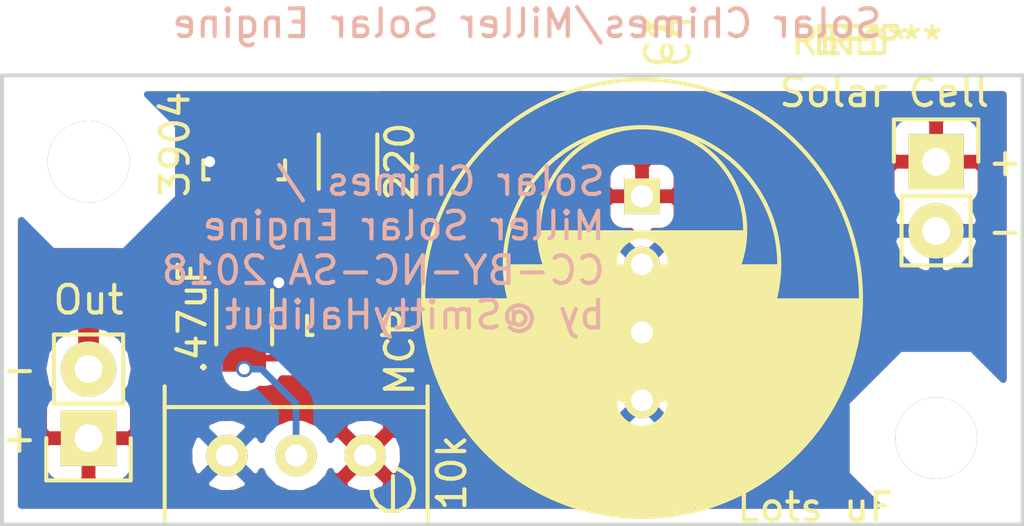
<source format=kicad_pcb>
(kicad_pcb (version 4) (host pcbnew 4.0.2+dfsg1-stable)

  (general
    (links 17)
    (no_connects 0)
    (area 135.4 93.998809 176.745501 113.305001)
    (thickness 1.6)
    (drawings 20)
    (tracks 27)
    (zones 0)
    (modules 12)
    (nets 7)
  )

  (page A4)
  (layers
    (0 F.Cu signal hide)
    (31 B.Cu signal hide)
    (32 B.Adhes user)
    (33 F.Adhes user)
    (34 B.Paste user)
    (35 F.Paste user)
    (36 B.SilkS user)
    (37 F.SilkS user hide)
    (38 B.Mask user)
    (39 F.Mask user)
    (40 Dwgs.User user)
    (41 Cmts.User user)
    (42 Eco1.User user)
    (43 Eco2.User user)
    (44 Edge.Cuts user)
    (45 Margin user)
    (46 B.CrtYd user)
    (47 F.CrtYd user)
    (48 B.Fab user)
    (49 F.Fab user)
  )

  (setup
    (last_trace_width 0.25)
    (trace_clearance 0.2)
    (zone_clearance 0.508)
    (zone_45_only yes)
    (trace_min 0.2)
    (segment_width 0.2)
    (edge_width 0.15)
    (via_size 0.6)
    (via_drill 0.4)
    (via_min_size 0.4)
    (via_min_drill 0.3)
    (uvia_size 0.3)
    (uvia_drill 0.1)
    (uvias_allowed no)
    (uvia_min_size 0)
    (uvia_min_drill 0)
    (pcb_text_width 0.3)
    (pcb_text_size 1.5 1.5)
    (mod_edge_width 0.15)
    (mod_text_size 1 1)
    (mod_text_width 0.15)
    (pad_size 1.524 1.524)
    (pad_drill 0.762)
    (pad_to_mask_clearance 0.2)
    (aux_axis_origin 0 0)
    (visible_elements FFFFFF7F)
    (pcbplotparams
      (layerselection 0x00030_80000001)
      (usegerberextensions false)
      (excludeedgelayer true)
      (linewidth 0.100000)
      (plotframeref false)
      (viasonmask false)
      (mode 1)
      (useauxorigin false)
      (hpglpennumber 1)
      (hpglpenspeed 20)
      (hpglpendiameter 15)
      (hpglpenoverlay 2)
      (psnegative false)
      (psa4output false)
      (plotreference true)
      (plotvalue true)
      (plotinvisibletext false)
      (padsonsilk false)
      (subtractmaskfromsilk false)
      (outputformat 1)
      (mirror false)
      (drillshape 1)
      (scaleselection 1)
      (outputdirectory ""))
  )

  (net 0 "")
  (net 1 "Net-(C2-Pad1)")
  (net 2 "Net-(P1-Pad2)")
  (net 3 "Net-(Q1-Pad1)")
  (net 4 "Net-(R1-Pad2)")
  (net 5 +5V)
  (net 6 GND)

  (net_class Default "This is the default net class."
    (clearance 0.2)
    (trace_width 0.25)
    (via_dia 0.6)
    (via_drill 0.4)
    (uvia_dia 0.3)
    (uvia_drill 0.1)
    (add_net "Net-(C2-Pad1)")
    (add_net "Net-(Q1-Pad1)")
    (add_net "Net-(R1-Pad2)")
  )

  (net_class Power ""
    (clearance 0.2)
    (trace_width 0.762)
    (via_dia 0.6)
    (via_drill 0.4)
    (uvia_dia 0.3)
    (uvia_drill 0.1)
    (add_net +5V)
    (add_net GND)
    (add_net "Net-(P1-Pad2)")
  )

  (module Pin_Headers:Pin_Header_Straight_1x02 (layer F.Cu) (tedit 5BA70292) (tstamp 5BA6F815)
    (at 173.355 99.695)
    (descr "Through hole pin header")
    (tags "pin header")
    (path /5BA6F25E)
    (fp_text reference BT1 (at -3.175 -4.445) (layer F.SilkS)
      (effects (font (size 1 1) (thickness 0.15)))
    )
    (fp_text value "Solar Cell" (at -4.445 -4.445) (layer F.Fab)
      (effects (font (size 1 1) (thickness 0.15)))
    )
    (fp_line (start 1.27 1.27) (end 1.27 3.81) (layer F.SilkS) (width 0.15))
    (fp_line (start 1.55 -1.55) (end 1.55 0) (layer F.SilkS) (width 0.15))
    (fp_line (start -1.75 -1.75) (end -1.75 4.3) (layer F.CrtYd) (width 0.05))
    (fp_line (start 1.75 -1.75) (end 1.75 4.3) (layer F.CrtYd) (width 0.05))
    (fp_line (start -1.75 -1.75) (end 1.75 -1.75) (layer F.CrtYd) (width 0.05))
    (fp_line (start -1.75 4.3) (end 1.75 4.3) (layer F.CrtYd) (width 0.05))
    (fp_line (start 1.27 1.27) (end -1.27 1.27) (layer F.SilkS) (width 0.15))
    (fp_line (start -1.55 0) (end -1.55 -1.55) (layer F.SilkS) (width 0.15))
    (fp_line (start -1.55 -1.55) (end 1.55 -1.55) (layer F.SilkS) (width 0.15))
    (fp_line (start -1.27 1.27) (end -1.27 3.81) (layer F.SilkS) (width 0.15))
    (fp_line (start -1.27 3.81) (end 1.27 3.81) (layer F.SilkS) (width 0.15))
    (pad 1 thru_hole rect (at 0 0) (size 2.032 2.032) (drill 1.016) (layers *.Cu *.Mask F.SilkS)
      (net 5 +5V))
    (pad 2 thru_hole oval (at 0 2.54) (size 2.032 2.032) (drill 1.016) (layers *.Cu *.Mask F.SilkS)
      (net 6 GND))
    (model Pin_Headers.3dshapes/Pin_Header_Straight_1x02.wrl
      (at (xyz 0 -0.05 0))
      (scale (xyz 1 1 1))
      (rotate (xyz 0 0 90))
    )
  )

  (module Capacitors_ThroughHole:C_Radial_D16_L25_P7.5 (layer F.Cu) (tedit 5BA7028C) (tstamp 5BA6F81B)
    (at 162.56 100.965 270)
    (descr "Radial Electrolytic Capacitor Diameter 16mm x Length 25mm, Pitch 7.5mm")
    (tags "Electrolytic Capacitor")
    (path /5BA6F363)
    (fp_text reference C1 (at -5.715 -0.635 270) (layer F.SilkS)
      (effects (font (size 1 1) (thickness 0.15)))
    )
    (fp_text value 4700uF (at 0 25.4 270) (layer F.Fab)
      (effects (font (size 1 1) (thickness 0.15)))
    )
    (fp_line (start 3.825 -8) (end 3.825 8) (layer F.SilkS) (width 0.15))
    (fp_line (start 3.965 -7.997) (end 3.965 7.997) (layer F.SilkS) (width 0.15))
    (fp_line (start 4.105 -7.992) (end 4.105 7.992) (layer F.SilkS) (width 0.15))
    (fp_line (start 4.245 -7.985) (end 4.245 7.985) (layer F.SilkS) (width 0.15))
    (fp_line (start 4.385 -7.975) (end 4.385 7.975) (layer F.SilkS) (width 0.15))
    (fp_line (start 4.525 -7.962) (end 4.525 7.962) (layer F.SilkS) (width 0.15))
    (fp_line (start 4.665 -7.948) (end 4.665 7.948) (layer F.SilkS) (width 0.15))
    (fp_line (start 4.805 -7.93) (end 4.805 7.93) (layer F.SilkS) (width 0.15))
    (fp_line (start 4.945 -7.91) (end 4.945 7.91) (layer F.SilkS) (width 0.15))
    (fp_line (start 5.085 -7.888) (end 5.085 7.888) (layer F.SilkS) (width 0.15))
    (fp_line (start 5.225 -7.863) (end 5.225 7.863) (layer F.SilkS) (width 0.15))
    (fp_line (start 5.365 -7.835) (end 5.365 7.835) (layer F.SilkS) (width 0.15))
    (fp_line (start 5.505 -7.805) (end 5.505 7.805) (layer F.SilkS) (width 0.15))
    (fp_line (start 5.645 -7.772) (end 5.645 7.772) (layer F.SilkS) (width 0.15))
    (fp_line (start 5.785 -7.737) (end 5.785 7.737) (layer F.SilkS) (width 0.15))
    (fp_line (start 5.925 -7.699) (end 5.925 7.699) (layer F.SilkS) (width 0.15))
    (fp_line (start 6.065 -7.658) (end 6.065 7.658) (layer F.SilkS) (width 0.15))
    (fp_line (start 6.205 -7.614) (end 6.205 7.614) (layer F.SilkS) (width 0.15))
    (fp_line (start 6.345 -7.567) (end 6.345 7.567) (layer F.SilkS) (width 0.15))
    (fp_line (start 6.485 -7.518) (end 6.485 7.518) (layer F.SilkS) (width 0.15))
    (fp_line (start 6.625 -7.466) (end 6.625 -0.484) (layer F.SilkS) (width 0.15))
    (fp_line (start 6.625 0.484) (end 6.625 7.466) (layer F.SilkS) (width 0.15))
    (fp_line (start 6.765 -7.41) (end 6.765 -0.678) (layer F.SilkS) (width 0.15))
    (fp_line (start 6.765 0.678) (end 6.765 7.41) (layer F.SilkS) (width 0.15))
    (fp_line (start 6.905 -7.352) (end 6.905 -0.804) (layer F.SilkS) (width 0.15))
    (fp_line (start 6.905 0.804) (end 6.905 7.352) (layer F.SilkS) (width 0.15))
    (fp_line (start 7.045 -7.29) (end 7.045 -0.89) (layer F.SilkS) (width 0.15))
    (fp_line (start 7.045 0.89) (end 7.045 7.29) (layer F.SilkS) (width 0.15))
    (fp_line (start 7.185 -7.225) (end 7.185 -0.949) (layer F.SilkS) (width 0.15))
    (fp_line (start 7.185 0.949) (end 7.185 7.225) (layer F.SilkS) (width 0.15))
    (fp_line (start 7.325 -7.157) (end 7.325 -0.985) (layer F.SilkS) (width 0.15))
    (fp_line (start 7.325 0.985) (end 7.325 7.157) (layer F.SilkS) (width 0.15))
    (fp_line (start 7.465 -7.085) (end 7.465 -0.999) (layer F.SilkS) (width 0.15))
    (fp_line (start 7.465 0.999) (end 7.465 7.085) (layer F.SilkS) (width 0.15))
    (fp_line (start 7.605 -7.01) (end 7.605 -0.994) (layer F.SilkS) (width 0.15))
    (fp_line (start 7.605 0.994) (end 7.605 7.01) (layer F.SilkS) (width 0.15))
    (fp_line (start 7.745 -6.931) (end 7.745 -0.97) (layer F.SilkS) (width 0.15))
    (fp_line (start 7.745 0.97) (end 7.745 6.931) (layer F.SilkS) (width 0.15))
    (fp_line (start 7.885 -6.848) (end 7.885 -0.923) (layer F.SilkS) (width 0.15))
    (fp_line (start 7.885 0.923) (end 7.885 6.848) (layer F.SilkS) (width 0.15))
    (fp_line (start 8.025 -6.762) (end 8.025 -0.851) (layer F.SilkS) (width 0.15))
    (fp_line (start 8.025 0.851) (end 8.025 6.762) (layer F.SilkS) (width 0.15))
    (fp_line (start 8.165 -6.671) (end 8.165 -0.747) (layer F.SilkS) (width 0.15))
    (fp_line (start 8.165 0.747) (end 8.165 6.671) (layer F.SilkS) (width 0.15))
    (fp_line (start 8.305 -6.577) (end 8.305 -0.593) (layer F.SilkS) (width 0.15))
    (fp_line (start 8.305 0.593) (end 8.305 6.577) (layer F.SilkS) (width 0.15))
    (fp_line (start 8.445 -6.477) (end 8.445 -0.327) (layer F.SilkS) (width 0.15))
    (fp_line (start 8.445 0.327) (end 8.445 6.477) (layer F.SilkS) (width 0.15))
    (fp_line (start 8.585 -6.374) (end 8.585 6.374) (layer F.SilkS) (width 0.15))
    (fp_line (start 8.725 -6.265) (end 8.725 6.265) (layer F.SilkS) (width 0.15))
    (fp_line (start 8.865 -6.151) (end 8.865 6.151) (layer F.SilkS) (width 0.15))
    (fp_line (start 9.005 -6.032) (end 9.005 6.032) (layer F.SilkS) (width 0.15))
    (fp_line (start 9.145 -5.907) (end 9.145 5.907) (layer F.SilkS) (width 0.15))
    (fp_line (start 9.285 -5.776) (end 9.285 5.776) (layer F.SilkS) (width 0.15))
    (fp_line (start 9.425 -5.639) (end 9.425 5.639) (layer F.SilkS) (width 0.15))
    (fp_line (start 9.565 -5.494) (end 9.565 5.494) (layer F.SilkS) (width 0.15))
    (fp_line (start 9.705 -5.342) (end 9.705 5.342) (layer F.SilkS) (width 0.15))
    (fp_line (start 9.845 -5.182) (end 9.845 5.182) (layer F.SilkS) (width 0.15))
    (fp_line (start 9.985 -5.012) (end 9.985 5.012) (layer F.SilkS) (width 0.15))
    (fp_line (start 10.125 -4.833) (end 10.125 4.833) (layer F.SilkS) (width 0.15))
    (fp_line (start 10.265 -4.643) (end 10.265 4.643) (layer F.SilkS) (width 0.15))
    (fp_line (start 10.405 -4.44) (end 10.405 4.44) (layer F.SilkS) (width 0.15))
    (fp_line (start 10.545 -4.222) (end 10.545 4.222) (layer F.SilkS) (width 0.15))
    (fp_line (start 10.685 -3.988) (end 10.685 3.988) (layer F.SilkS) (width 0.15))
    (fp_line (start 10.825 -3.734) (end 10.825 3.734) (layer F.SilkS) (width 0.15))
    (fp_line (start 10.965 -3.456) (end 10.965 3.456) (layer F.SilkS) (width 0.15))
    (fp_line (start 11.105 -3.147) (end 11.105 3.147) (layer F.SilkS) (width 0.15))
    (fp_line (start 11.245 -2.797) (end 11.245 2.797) (layer F.SilkS) (width 0.15))
    (fp_line (start 11.385 -2.389) (end 11.385 2.389) (layer F.SilkS) (width 0.15))
    (fp_line (start 11.525 -1.884) (end 11.525 1.884) (layer F.SilkS) (width 0.15))
    (fp_line (start 11.665 -1.163) (end 11.665 1.163) (layer F.SilkS) (width 0.15))
    (fp_circle (center 7.5 0) (end 7.5 -1) (layer F.SilkS) (width 0.15))
    (fp_circle (center 3.75 0) (end 3.75 -8.0375) (layer F.SilkS) (width 0.15))
    (fp_circle (center 3.75 0) (end 3.75 -8.3) (layer F.CrtYd) (width 0.05))
    (pad 1 thru_hole rect (at 0 0 270) (size 1.3 1.3) (drill 0.8) (layers *.Cu *.Mask F.SilkS)
      (net 5 +5V))
    (pad 2 thru_hole circle (at 7.5 0 270) (size 1.3 1.3) (drill 0.8) (layers *.Cu *.Mask F.SilkS)
      (net 6 GND))
    (model Capacitors_ThroughHole.3dshapes/C_Radial_D16_L25_P7.5.wrl
      (at (xyz 0.1476378 0 0))
      (scale (xyz 1 1 1))
      (rotate (xyz 0 0 90))
    )
  )

  (module Libraries:C_1206_MTS (layer F.Cu) (tedit 5BA6FFED) (tstamp 5BA6F821)
    (at 147.955 105.41 90)
    (descr "Capacitor SMD 1206, reflow soldering, AVX (see smccp.pdf)")
    (tags "capacitor 1206")
    (path /5BA6F595)
    (attr smd)
    (fp_text reference C2 (at -2.54 -10.795 90) (layer F.Fab)
      (effects (font (size 1 1) (thickness 0.15)))
    )
    (fp_text value .47uF (at 0 -1.905 90) (layer F.SilkS)
      (effects (font (size 1 1) (thickness 0.15)))
    )
    (fp_line (start -2.3 -1.15) (end 2.3 -1.15) (layer F.CrtYd) (width 0.05))
    (fp_line (start -2.3 1.15) (end 2.3 1.15) (layer F.CrtYd) (width 0.05))
    (fp_line (start -2.3 -1.15) (end -2.3 1.15) (layer F.CrtYd) (width 0.05))
    (fp_line (start 2.3 -1.15) (end 2.3 1.15) (layer F.CrtYd) (width 0.05))
    (fp_line (start 1 -1.025) (end -1 -1.025) (layer F.SilkS) (width 0.15))
    (fp_line (start -1 1.025) (end 1 1.025) (layer F.SilkS) (width 0.15))
    (pad 1 smd rect (at -1.5 0 90) (size 1 1.6) (layers F.Cu F.Paste F.Mask)
      (net 1 "Net-(C2-Pad1)"))
    (pad 2 smd rect (at 1.5 0 90) (size 1 1.6) (layers F.Cu F.Paste F.Mask)
      (net 6 GND))
    (model Capacitors_SMD.3dshapes/C_1206.wrl
      (at (xyz 0 0 0))
      (scale (xyz 1 1 1))
      (rotate (xyz 0 0 0))
    )
  )

  (module Capacitors_ThroughHole:C_Radial_D10_L20_P5 (layer F.Cu) (tedit 5BA6FFDD) (tstamp 5BA6F827)
    (at 162.56 100.965 270)
    (descr "Radial Electrolytic Capacitor Diameter 10mm x Length 20mm, Pitch 5mm")
    (tags "Electrolytic Capacitor")
    (path /5BA6FAEF)
    (fp_text reference C3 (at -5.715 -0.635 270) (layer F.SilkS)
      (effects (font (size 1 1) (thickness 0.15)))
    )
    (fp_text value . (at 2.54 26.035 270) (layer F.Fab)
      (effects (font (size 1 1) (thickness 0.15)))
    )
    (fp_line (start 2.575 -4.999) (end 2.575 4.999) (layer F.SilkS) (width 0.15))
    (fp_line (start 2.715 -4.995) (end 2.715 4.995) (layer F.SilkS) (width 0.15))
    (fp_line (start 2.855 -4.987) (end 2.855 4.987) (layer F.SilkS) (width 0.15))
    (fp_line (start 2.995 -4.975) (end 2.995 4.975) (layer F.SilkS) (width 0.15))
    (fp_line (start 3.135 -4.96) (end 3.135 4.96) (layer F.SilkS) (width 0.15))
    (fp_line (start 3.275 -4.94) (end 3.275 4.94) (layer F.SilkS) (width 0.15))
    (fp_line (start 3.415 -4.916) (end 3.415 4.916) (layer F.SilkS) (width 0.15))
    (fp_line (start 3.555 -4.887) (end 3.555 4.887) (layer F.SilkS) (width 0.15))
    (fp_line (start 3.695 -4.855) (end 3.695 4.855) (layer F.SilkS) (width 0.15))
    (fp_line (start 3.835 -4.818) (end 3.835 4.818) (layer F.SilkS) (width 0.15))
    (fp_line (start 3.975 -4.777) (end 3.975 4.777) (layer F.SilkS) (width 0.15))
    (fp_line (start 4.115 -4.732) (end 4.115 -0.466) (layer F.SilkS) (width 0.15))
    (fp_line (start 4.115 0.466) (end 4.115 4.732) (layer F.SilkS) (width 0.15))
    (fp_line (start 4.255 -4.682) (end 4.255 -0.667) (layer F.SilkS) (width 0.15))
    (fp_line (start 4.255 0.667) (end 4.255 4.682) (layer F.SilkS) (width 0.15))
    (fp_line (start 4.395 -4.627) (end 4.395 -0.796) (layer F.SilkS) (width 0.15))
    (fp_line (start 4.395 0.796) (end 4.395 4.627) (layer F.SilkS) (width 0.15))
    (fp_line (start 4.535 -4.567) (end 4.535 -0.885) (layer F.SilkS) (width 0.15))
    (fp_line (start 4.535 0.885) (end 4.535 4.567) (layer F.SilkS) (width 0.15))
    (fp_line (start 4.675 -4.502) (end 4.675 -0.946) (layer F.SilkS) (width 0.15))
    (fp_line (start 4.675 0.946) (end 4.675 4.502) (layer F.SilkS) (width 0.15))
    (fp_line (start 4.815 -4.432) (end 4.815 -0.983) (layer F.SilkS) (width 0.15))
    (fp_line (start 4.815 0.983) (end 4.815 4.432) (layer F.SilkS) (width 0.15))
    (fp_line (start 4.955 -4.356) (end 4.955 -0.999) (layer F.SilkS) (width 0.15))
    (fp_line (start 4.955 0.999) (end 4.955 4.356) (layer F.SilkS) (width 0.15))
    (fp_line (start 5.095 -4.274) (end 5.095 -0.995) (layer F.SilkS) (width 0.15))
    (fp_line (start 5.095 0.995) (end 5.095 4.274) (layer F.SilkS) (width 0.15))
    (fp_line (start 5.235 -4.186) (end 5.235 -0.972) (layer F.SilkS) (width 0.15))
    (fp_line (start 5.235 0.972) (end 5.235 4.186) (layer F.SilkS) (width 0.15))
    (fp_line (start 5.375 -4.091) (end 5.375 -0.927) (layer F.SilkS) (width 0.15))
    (fp_line (start 5.375 0.927) (end 5.375 4.091) (layer F.SilkS) (width 0.15))
    (fp_line (start 5.515 -3.989) (end 5.515 -0.857) (layer F.SilkS) (width 0.15))
    (fp_line (start 5.515 0.857) (end 5.515 3.989) (layer F.SilkS) (width 0.15))
    (fp_line (start 5.655 -3.879) (end 5.655 -0.756) (layer F.SilkS) (width 0.15))
    (fp_line (start 5.655 0.756) (end 5.655 3.879) (layer F.SilkS) (width 0.15))
    (fp_line (start 5.795 -3.761) (end 5.795 -0.607) (layer F.SilkS) (width 0.15))
    (fp_line (start 5.795 0.607) (end 5.795 3.761) (layer F.SilkS) (width 0.15))
    (fp_line (start 5.935 -3.633) (end 5.935 -0.355) (layer F.SilkS) (width 0.15))
    (fp_line (start 5.935 0.355) (end 5.935 3.633) (layer F.SilkS) (width 0.15))
    (fp_line (start 6.075 -3.496) (end 6.075 3.496) (layer F.SilkS) (width 0.15))
    (fp_line (start 6.215 -3.346) (end 6.215 3.346) (layer F.SilkS) (width 0.15))
    (fp_line (start 6.355 -3.184) (end 6.355 3.184) (layer F.SilkS) (width 0.15))
    (fp_line (start 6.495 -3.007) (end 6.495 3.007) (layer F.SilkS) (width 0.15))
    (fp_line (start 6.635 -2.811) (end 6.635 2.811) (layer F.SilkS) (width 0.15))
    (fp_line (start 6.775 -2.593) (end 6.775 2.593) (layer F.SilkS) (width 0.15))
    (fp_line (start 6.915 -2.347) (end 6.915 2.347) (layer F.SilkS) (width 0.15))
    (fp_line (start 7.055 -2.062) (end 7.055 2.062) (layer F.SilkS) (width 0.15))
    (fp_line (start 7.195 -1.72) (end 7.195 1.72) (layer F.SilkS) (width 0.15))
    (fp_line (start 7.335 -1.274) (end 7.335 1.274) (layer F.SilkS) (width 0.15))
    (fp_line (start 7.475 -0.499) (end 7.475 0.499) (layer F.SilkS) (width 0.15))
    (fp_circle (center 5 0) (end 5 -1) (layer F.SilkS) (width 0.15))
    (fp_circle (center 2.5 0) (end 2.5 -5.0375) (layer F.SilkS) (width 0.15))
    (fp_circle (center 2.5 0) (end 2.5 -5.3) (layer F.CrtYd) (width 0.05))
    (pad 1 thru_hole rect (at 0 0 270) (size 1.3 1.3) (drill 0.8) (layers *.Cu *.Mask F.SilkS)
      (net 5 +5V))
    (pad 2 thru_hole circle (at 5 0 270) (size 1.3 1.3) (drill 0.8) (layers *.Cu *.Mask F.SilkS)
      (net 6 GND))
    (model Capacitors_ThroughHole.3dshapes/C_Radial_D10_L20_P5.wrl
      (at (xyz 0 0 0))
      (scale (xyz 1 1 1))
      (rotate (xyz 0 0 0))
    )
  )

  (module Capacitors_ThroughHole:C_Radial_D7.5_L11.2_P2.5 (layer F.Cu) (tedit 5BA6FFE0) (tstamp 5BA6F82D)
    (at 162.56 100.965 270)
    (descr "Radial Electrolytic Capacitor Diameter 7.5mm x Length 11.2mm, Pitch 2.5mm")
    (tags "Electrolytic Capacitor")
    (path /5BA6FB22)
    (fp_text reference C4 (at -5.715 -1.27 270) (layer F.SilkS)
      (effects (font (size 1 1) (thickness 0.15)))
    )
    (fp_text value . (at 1.27 25.4 270) (layer F.Fab)
      (effects (font (size 1 1) (thickness 0.15)))
    )
    (fp_line (start 1.325 -3.749) (end 1.325 3.749) (layer F.SilkS) (width 0.15))
    (fp_line (start 1.465 -3.744) (end 1.465 3.744) (layer F.SilkS) (width 0.15))
    (fp_line (start 1.605 -3.733) (end 1.605 -0.446) (layer F.SilkS) (width 0.15))
    (fp_line (start 1.605 0.446) (end 1.605 3.733) (layer F.SilkS) (width 0.15))
    (fp_line (start 1.745 -3.717) (end 1.745 -0.656) (layer F.SilkS) (width 0.15))
    (fp_line (start 1.745 0.656) (end 1.745 3.717) (layer F.SilkS) (width 0.15))
    (fp_line (start 1.885 -3.696) (end 1.885 -0.789) (layer F.SilkS) (width 0.15))
    (fp_line (start 1.885 0.789) (end 1.885 3.696) (layer F.SilkS) (width 0.15))
    (fp_line (start 2.025 -3.669) (end 2.025 -0.88) (layer F.SilkS) (width 0.15))
    (fp_line (start 2.025 0.88) (end 2.025 3.669) (layer F.SilkS) (width 0.15))
    (fp_line (start 2.165 -3.637) (end 2.165 -0.942) (layer F.SilkS) (width 0.15))
    (fp_line (start 2.165 0.942) (end 2.165 3.637) (layer F.SilkS) (width 0.15))
    (fp_line (start 2.305 -3.599) (end 2.305 -0.981) (layer F.SilkS) (width 0.15))
    (fp_line (start 2.305 0.981) (end 2.305 3.599) (layer F.SilkS) (width 0.15))
    (fp_line (start 2.445 -3.555) (end 2.445 -0.998) (layer F.SilkS) (width 0.15))
    (fp_line (start 2.445 0.998) (end 2.445 3.555) (layer F.SilkS) (width 0.15))
    (fp_line (start 2.585 -3.504) (end 2.585 -0.996) (layer F.SilkS) (width 0.15))
    (fp_line (start 2.585 0.996) (end 2.585 3.504) (layer F.SilkS) (width 0.15))
    (fp_line (start 2.725 -3.448) (end 2.725 -0.974) (layer F.SilkS) (width 0.15))
    (fp_line (start 2.725 0.974) (end 2.725 3.448) (layer F.SilkS) (width 0.15))
    (fp_line (start 2.865 -3.384) (end 2.865 -0.931) (layer F.SilkS) (width 0.15))
    (fp_line (start 2.865 0.931) (end 2.865 3.384) (layer F.SilkS) (width 0.15))
    (fp_line (start 3.005 -3.314) (end 3.005 -0.863) (layer F.SilkS) (width 0.15))
    (fp_line (start 3.005 0.863) (end 3.005 3.314) (layer F.SilkS) (width 0.15))
    (fp_line (start 3.145 -3.236) (end 3.145 -0.764) (layer F.SilkS) (width 0.15))
    (fp_line (start 3.145 0.764) (end 3.145 3.236) (layer F.SilkS) (width 0.15))
    (fp_line (start 3.285 -3.15) (end 3.285 -0.619) (layer F.SilkS) (width 0.15))
    (fp_line (start 3.285 0.619) (end 3.285 3.15) (layer F.SilkS) (width 0.15))
    (fp_line (start 3.425 -3.055) (end 3.425 -0.38) (layer F.SilkS) (width 0.15))
    (fp_line (start 3.425 0.38) (end 3.425 3.055) (layer F.SilkS) (width 0.15))
    (fp_line (start 3.565 -2.95) (end 3.565 2.95) (layer F.SilkS) (width 0.15))
    (fp_line (start 3.705 -2.835) (end 3.705 2.835) (layer F.SilkS) (width 0.15))
    (fp_line (start 3.845 -2.707) (end 3.845 2.707) (layer F.SilkS) (width 0.15))
    (fp_line (start 3.985 -2.566) (end 3.985 2.566) (layer F.SilkS) (width 0.15))
    (fp_line (start 4.125 -2.408) (end 4.125 2.408) (layer F.SilkS) (width 0.15))
    (fp_line (start 4.265 -2.23) (end 4.265 2.23) (layer F.SilkS) (width 0.15))
    (fp_line (start 4.405 -2.027) (end 4.405 2.027) (layer F.SilkS) (width 0.15))
    (fp_line (start 4.545 -1.79) (end 4.545 1.79) (layer F.SilkS) (width 0.15))
    (fp_line (start 4.685 -1.504) (end 4.685 1.504) (layer F.SilkS) (width 0.15))
    (fp_line (start 4.825 -1.132) (end 4.825 1.132) (layer F.SilkS) (width 0.15))
    (fp_line (start 4.965 -0.511) (end 4.965 0.511) (layer F.SilkS) (width 0.15))
    (fp_circle (center 2.5 0) (end 2.5 -1) (layer F.SilkS) (width 0.15))
    (fp_circle (center 1.25 0) (end 1.25 -3.7875) (layer F.SilkS) (width 0.15))
    (fp_circle (center 1.25 0) (end 1.25 -4.1) (layer F.CrtYd) (width 0.05))
    (pad 2 thru_hole circle (at 2.5 0 270) (size 1.3 1.3) (drill 0.8) (layers *.Cu *.Mask F.SilkS)
      (net 6 GND))
    (pad 1 thru_hole rect (at 0 0 270) (size 1.3 1.3) (drill 0.8) (layers *.Cu *.Mask F.SilkS)
      (net 5 +5V))
    (model Capacitors_ThroughHole.3dshapes/C_Radial_D7.5_L11.2_P2.5.wrl
      (at (xyz 0 0 0))
      (scale (xyz 1 1 1))
      (rotate (xyz 0 0 0))
    )
  )

  (module Pin_Headers:Pin_Header_Straight_1x02 (layer F.Cu) (tedit 5BA6FFAC) (tstamp 5BA6F833)
    (at 142.24 109.855 180)
    (descr "Through hole pin header")
    (tags "pin header")
    (path /5BA6F6BF)
    (fp_text reference P1 (at 4.445 0 180) (layer F.SilkS)
      (effects (font (size 1 1) (thickness 0.15)))
    )
    (fp_text value Output (at 0 14.605 180) (layer F.Fab)
      (effects (font (size 1 1) (thickness 0.15)))
    )
    (fp_line (start 1.27 1.27) (end 1.27 3.81) (layer F.SilkS) (width 0.15))
    (fp_line (start 1.55 -1.55) (end 1.55 0) (layer F.SilkS) (width 0.15))
    (fp_line (start -1.75 -1.75) (end -1.75 4.3) (layer F.CrtYd) (width 0.05))
    (fp_line (start 1.75 -1.75) (end 1.75 4.3) (layer F.CrtYd) (width 0.05))
    (fp_line (start -1.75 -1.75) (end 1.75 -1.75) (layer F.CrtYd) (width 0.05))
    (fp_line (start -1.75 4.3) (end 1.75 4.3) (layer F.CrtYd) (width 0.05))
    (fp_line (start 1.27 1.27) (end -1.27 1.27) (layer F.SilkS) (width 0.15))
    (fp_line (start -1.55 0) (end -1.55 -1.55) (layer F.SilkS) (width 0.15))
    (fp_line (start -1.55 -1.55) (end 1.55 -1.55) (layer F.SilkS) (width 0.15))
    (fp_line (start -1.27 1.27) (end -1.27 3.81) (layer F.SilkS) (width 0.15))
    (fp_line (start -1.27 3.81) (end 1.27 3.81) (layer F.SilkS) (width 0.15))
    (pad 1 thru_hole rect (at 0 0 180) (size 2.032 2.032) (drill 1.016) (layers *.Cu *.Mask F.SilkS)
      (net 5 +5V))
    (pad 2 thru_hole oval (at 0 2.54 180) (size 2.032 2.032) (drill 1.016) (layers *.Cu *.Mask F.SilkS)
      (net 2 "Net-(P1-Pad2)"))
    (model Pin_Headers.3dshapes/Pin_Header_Straight_1x02.wrl
      (at (xyz 0 -0.05 0))
      (scale (xyz 1 1 1))
      (rotate (xyz 0 0 90))
    )
  )

  (module Libraries:R_1206_MTS (layer F.Cu) (tedit 5BA7028F) (tstamp 5BA6F840)
    (at 151.765 99.695 270)
    (descr "Resistor SMD 1206, reflow soldering, Vishay (see dcrcw.pdf)")
    (tags "resistor 1206")
    (path /5BA6F5BC)
    (attr smd)
    (fp_text reference R1 (at 4.445 13.97 270) (layer F.Fab)
      (effects (font (size 1 1) (thickness 0.15)))
    )
    (fp_text value 220 (at 0 -1.905 270) (layer F.SilkS)
      (effects (font (size 1 1) (thickness 0.15)))
    )
    (fp_line (start -2.2 -1.2) (end 2.2 -1.2) (layer F.CrtYd) (width 0.05))
    (fp_line (start -2.2 1.2) (end 2.2 1.2) (layer F.CrtYd) (width 0.05))
    (fp_line (start -2.2 -1.2) (end -2.2 1.2) (layer F.CrtYd) (width 0.05))
    (fp_line (start 2.2 -1.2) (end 2.2 1.2) (layer F.CrtYd) (width 0.05))
    (fp_line (start 1 1.075) (end -1 1.075) (layer F.SilkS) (width 0.15))
    (fp_line (start -1 -1.075) (end 1 -1.075) (layer F.SilkS) (width 0.15))
    (pad 1 smd rect (at -1.45 0 270) (size 0.9 1.7) (layers F.Cu F.Paste F.Mask)
      (net 3 "Net-(Q1-Pad1)"))
    (pad 2 smd rect (at 1.45 0 270) (size 0.9 1.7) (layers F.Cu F.Paste F.Mask)
      (net 4 "Net-(R1-Pad2)"))
    (model Resistors_SMD.3dshapes/R_1206.wrl
      (at (xyz 0 0 0))
      (scale (xyz 1 1 1))
      (rotate (xyz 0 0 0))
    )
  )

  (module Potentiometers:Potentiometer_Bourns_3296W_3-8Zoll_Inline_ScrewUp (layer F.Cu) (tedit 5BA6FFDA) (tstamp 5BA6F847)
    (at 152.4 110.49 90)
    (descr "3296, 3/8, Square, Trimpot, Trimming, Potentiometer, Bourns")
    (tags "3296, 3/8, Square, Trimpot, Trimming, Potentiometer, Bourns")
    (path /5BA6F38B)
    (fp_text reference RV1 (at 8.89 -15.24 90) (layer F.SilkS)
      (effects (font (size 1 1) (thickness 0.15)))
    )
    (fp_text value 10k (at 10.16 -15.24 90) (layer F.Fab)
      (effects (font (size 1 1) (thickness 0.15)))
    )
    (fp_line (start -2.032 1.016) (end -0.762 1.016) (layer F.SilkS) (width 0.15))
    (fp_line (start -1.2827 0.2286) (end -1.5367 0.2667) (layer F.SilkS) (width 0.15))
    (fp_line (start -1.5367 0.2667) (end -1.8161 0.4445) (layer F.SilkS) (width 0.15))
    (fp_line (start -1.8161 0.4445) (end -2.032 0.762) (layer F.SilkS) (width 0.15))
    (fp_line (start -2.032 0.762) (end -2.0447 1.2065) (layer F.SilkS) (width 0.15))
    (fp_line (start -2.0447 1.2065) (end -1.8415 1.5621) (layer F.SilkS) (width 0.15))
    (fp_line (start -1.8415 1.5621) (end -1.5494 1.7399) (layer F.SilkS) (width 0.15))
    (fp_line (start -1.5494 1.7399) (end -1.2319 1.7907) (layer F.SilkS) (width 0.15))
    (fp_line (start -1.2319 1.7907) (end -0.8255 1.6891) (layer F.SilkS) (width 0.15))
    (fp_line (start -0.8255 1.6891) (end -0.5715 1.3462) (layer F.SilkS) (width 0.15))
    (fp_line (start -0.5715 1.3462) (end -0.4826 1.1684) (layer F.SilkS) (width 0.15))
    (fp_line (start 1.778 -7.366) (end 1.778 2.286) (layer F.SilkS) (width 0.15))
    (fp_line (start -1.27 2.286) (end -2.54 2.286) (layer F.SilkS) (width 0.15))
    (fp_line (start -2.54 2.286) (end -2.54 -7.366) (layer F.SilkS) (width 0.15))
    (fp_line (start -2.54 -7.366) (end 2.54 -7.366) (layer F.SilkS) (width 0.15))
    (fp_line (start 2.54 2.286) (end 0 2.286) (layer F.SilkS) (width 0.15))
    (fp_line (start 0 2.286) (end -1.27 2.286) (layer F.SilkS) (width 0.15))
    (pad 2 thru_hole circle (at 0 -2.54 90) (size 1.524 1.524) (drill 0.8128) (layers *.Cu *.Mask F.SilkS)
      (net 1 "Net-(C2-Pad1)"))
    (pad 3 thru_hole circle (at 0 -5.08 90) (size 1.524 1.524) (drill 0.8128) (layers *.Cu *.Mask F.SilkS)
      (net 6 GND))
    (pad 1 thru_hole circle (at 0 0 90) (size 1.524 1.524) (drill 0.8128) (layers *.Cu *.Mask F.SilkS)
      (net 5 +5V))
    (model Potentiometers.3dshapes/Potentiometer_Bourns_3296W_3-8Zoll_Inline_ScrewUp.wrl
      (at (xyz 0 0 0))
      (scale (xyz 1 1 1))
      (rotate (xyz 0 0 0))
    )
  )

  (module TO_SOT_Packages_SMD:SOT-23_Handsoldering (layer F.Cu) (tedit 5BA6FFB2) (tstamp 5BA6F8C5)
    (at 147.955 99.695 180)
    (descr "SOT-23, Handsoldering")
    (tags SOT-23)
    (path /5BA6F5E3)
    (attr smd)
    (fp_text reference Q1 (at 10.795 -4.445 180) (layer F.SilkS)
      (effects (font (size 1 1) (thickness 0.15)))
    )
    (fp_text value MMBT3904 (at 0 4.445 180) (layer F.Fab)
      (effects (font (size 1 1) (thickness 0.15)))
    )
    (fp_line (start -1.49982 0.0508) (end -1.49982 -0.65024) (layer F.SilkS) (width 0.15))
    (fp_line (start -1.49982 -0.65024) (end -1.2509 -0.65024) (layer F.SilkS) (width 0.15))
    (fp_line (start 1.29916 -0.65024) (end 1.49982 -0.65024) (layer F.SilkS) (width 0.15))
    (fp_line (start 1.49982 -0.65024) (end 1.49982 0.0508) (layer F.SilkS) (width 0.15))
    (pad 1 smd rect (at -0.95 1.50114 180) (size 0.8001 1.80086) (layers F.Cu F.Paste F.Mask)
      (net 3 "Net-(Q1-Pad1)"))
    (pad 2 smd rect (at 0.95 1.50114 180) (size 0.8001 1.80086) (layers F.Cu F.Paste F.Mask)
      (net 6 GND))
    (pad 3 smd rect (at 0 -1.50114 180) (size 0.8001 1.80086) (layers F.Cu F.Paste F.Mask)
      (net 2 "Net-(P1-Pad2)"))
    (model TO_SOT_Packages_SMD.3dshapes/SOT-23_Handsoldering.wrl
      (at (xyz 0 0 0))
      (scale (xyz 1 1 1))
      (rotate (xyz 0 0 0))
    )
  )

  (module TO_SOT_Packages_SMD:SOT-23_Handsoldering (layer F.Cu) (tedit 5BA6FFB0) (tstamp 5BA6F8CB)
    (at 151.765 105.41 180)
    (descr "SOT-23, Handsoldering")
    (tags SOT-23)
    (path /5BA6F550)
    (attr smd)
    (fp_text reference U1 (at 13.97 -0.635 180) (layer F.SilkS)
      (effects (font (size 1 1) (thickness 0.15)))
    )
    (fp_text value MCP112-SOT23 (at 0.635 10.16 180) (layer F.Fab)
      (effects (font (size 1 1) (thickness 0.15)))
    )
    (fp_line (start -1.49982 0.0508) (end -1.49982 -0.65024) (layer F.SilkS) (width 0.15))
    (fp_line (start -1.49982 -0.65024) (end -1.2509 -0.65024) (layer F.SilkS) (width 0.15))
    (fp_line (start 1.29916 -0.65024) (end 1.49982 -0.65024) (layer F.SilkS) (width 0.15))
    (fp_line (start 1.49982 -0.65024) (end 1.49982 0.0508) (layer F.SilkS) (width 0.15))
    (pad 1 smd rect (at -0.95 1.50114 180) (size 0.8001 1.80086) (layers F.Cu F.Paste F.Mask)
      (net 4 "Net-(R1-Pad2)"))
    (pad 2 smd rect (at 0.95 1.50114 180) (size 0.8001 1.80086) (layers F.Cu F.Paste F.Mask)
      (net 6 GND))
    (pad 3 smd rect (at 0 -1.50114 180) (size 0.8001 1.80086) (layers F.Cu F.Paste F.Mask)
      (net 1 "Net-(C2-Pad1)"))
    (model TO_SOT_Packages_SMD.3dshapes/SOT-23_Handsoldering.wrl
      (at (xyz 0 0 0))
      (scale (xyz 1 1 1))
      (rotate (xyz 0 0 0))
    )
  )

  (module Mounting_Holes:MountingHole_3mm (layer F.Cu) (tedit 5BA70291) (tstamp 5BA6FAD3)
    (at 173.355 109.855)
    (descr "Mounting hole, Befestigungsbohrung, 3mm, No Annular, Kein Restring,")
    (tags "Mounting hole, Befestigungsbohrung, 3mm, No Annular, Kein Restring,")
    (fp_text reference REF** (at -1.905 -14.605) (layer F.SilkS)
      (effects (font (size 1 1) (thickness 0.15)))
    )
    (fp_text value MountingHole_3mm (at -6.35 -14.605) (layer F.Fab)
      (effects (font (size 1 1) (thickness 0.15)))
    )
    (fp_circle (center 0 0) (end 3 0) (layer Cmts.User) (width 0.381))
    (pad 1 thru_hole circle (at 0 0) (size 3 3) (drill 3) (layers))
  )

  (module Mounting_Holes:MountingHole_3mm (layer F.Cu) (tedit 5BA6FFBB) (tstamp 5BA6FB1F)
    (at 142.24 99.695)
    (descr "Mounting hole, Befestigungsbohrung, 3mm, No Annular, Kein Restring,")
    (tags "Mounting hole, Befestigungsbohrung, 3mm, No Annular, Kein Restring,")
    (fp_text reference REF** (at 27.94 -4.445) (layer F.SilkS)
      (effects (font (size 1 1) (thickness 0.15)))
    )
    (fp_text value MountingHole_3mm (at 1.27 -4.445) (layer F.Fab)
      (effects (font (size 1 1) (thickness 0.15)))
    )
    (fp_circle (center 0 0) (end 3 0) (layer Cmts.User) (width 0.381))
    (pad 1 thru_hole circle (at 0 0) (size 3 3) (drill 3) (layers))
  )

  (gr_text "Lots uF" (at 168.91 112.395) (layer F.SilkS)
    (effects (font (size 1.016 1.016) (thickness 0.1524)))
  )
  (gr_text 10k (at 155.575 111.125 90) (layer F.SilkS)
    (effects (font (size 1.016 1.016) (thickness 0.1524)))
  )
  (gr_text O (at 164.465 104.14) (layer B.Mask)
    (effects (font (size 1.5 1.5) (thickness 0.1524)) (justify mirror))
  )
  (gr_text o (at 160.655 107.315) (layer B.Mask)
    (effects (font (size 1.5 1.5) (thickness 0.1524)) (justify mirror))
  )
  (gr_text ><> (at 165.735 109.855) (layer B.Mask)
    (effects (font (size 1.5 1.5) (thickness 0.1524)) (justify mirror))
  )
  (gr_text <>< (at 159.385 111.125) (layer B.Mask)
    (effects (font (size 1.5 1.5) (thickness 0.1524)) (justify mirror))
  )
  (gr_text "Solar Chimes /\nMiller Solar Engine\nCC-BY-NC-SA 2018\nby @SmittyHalibut" (at 161.29 102.87) (layer B.SilkS)
    (effects (font (size 1.016 1.016) (thickness 0.1524)) (justify left mirror))
  )
  (gr_text "Solar Chimes/Miller Solar Engine" (at 171.45 94.615) (layer B.SilkS)
    (effects (font (size 1.016 1.016) (thickness 0.1524)) (justify left mirror))
  )
  (gr_text - (at 175.895 102.235) (layer F.SilkS)
    (effects (font (size 1.016 1.016) (thickness 0.1524)))
  )
  (gr_text + (at 175.895 99.695) (layer F.SilkS)
    (effects (font (size 1.016 1.016) (thickness 0.1524)))
  )
  (gr_text + (at 139.7 109.855) (layer F.SilkS)
    (effects (font (size 1.016 1.016) (thickness 0.1524)))
  )
  (gr_text - (at 139.7 107.315) (layer F.SilkS)
    (effects (font (size 1.016 1.016) (thickness 0.1524)))
  )
  (gr_text Out (at 142.24 104.775) (layer F.SilkS)
    (effects (font (size 1.016 1.016) (thickness 0.1524)))
  )
  (gr_text "Solar Cell" (at 171.45 97.155) (layer F.SilkS)
    (effects (font (size 1.016 1.016) (thickness 0.1524)))
  )
  (gr_line (start 139.065 113.03) (end 176.53 113.03) (angle 90) (layer Edge.Cuts) (width 0.15))
  (gr_line (start 139.065 96.52) (end 176.53 96.52) (angle 90) (layer Edge.Cuts) (width 0.15))
  (gr_text MCP (at 153.67 106.68 90) (layer F.SilkS)
    (effects (font (size 1.016 1.016) (thickness 0.1524)))
  )
  (gr_text 3904 (at 145.415 99.06 90) (layer F.SilkS)
    (effects (font (size 1.016 1.016) (thickness 0.1524)))
  )
  (gr_line (start 176.53 96.52) (end 176.53 113.03) (angle 90) (layer Edge.Cuts) (width 0.15))
  (gr_line (start 139.065 113.03) (end 139.065 96.52) (angle 90) (layer Edge.Cuts) (width 0.15))

  (segment (start 148.59 107.315) (end 147.955 107.315) (width 0.25) (layer B.Cu) (net 1))
  (segment (start 149.86 108.585) (end 148.59 107.315) (width 0.25) (layer B.Cu) (net 1) (tstamp 5BA6FE89))
  (via (at 147.955 107.315) (size 0.6) (drill 0.4) (layers F.Cu B.Cu) (net 1) (status 30))
  (segment (start 147.955 106.91) (end 147.955 107.315) (width 0.25) (layer F.Cu) (net 1) (tstamp 5BA6FE8F) (status 30))
  (segment (start 149.86 108.585) (end 149.86 109.855) (width 0.25) (layer B.Cu) (net 1))
  (segment (start 147.955 106.91) (end 147.95614 106.91114) (width 0.25) (layer F.Cu) (net 1) (tstamp 5BA6FE4F) (status 30))
  (segment (start 147.95614 106.91114) (end 151.765 106.91114) (width 0.25) (layer F.Cu) (net 1) (tstamp 5BA6FE50) (status 20))
  (segment (start 142.24 107.315) (end 142.24 105.41) (width 0.762) (layer F.Cu) (net 2) (status 400000))
  (segment (start 146.685 100.965) (end 147.72386 100.965) (width 0.762) (layer F.Cu) (net 2) (tstamp 5BA70201) (status 800000))
  (segment (start 142.24 105.41) (end 146.685 100.965) (width 0.762) (layer F.Cu) (net 2) (tstamp 5BA70200))
  (segment (start 147.72386 100.965) (end 147.955 101.19614) (width 0.762) (layer F.Cu) (net 2) (tstamp 5BA70203) (status C00000))
  (segment (start 151.765 98.245) (end 148.95614 98.245) (width 0.25) (layer F.Cu) (net 3) (status 10))
  (segment (start 148.95614 98.245) (end 148.905 98.19386) (width 0.25) (layer F.Cu) (net 3) (tstamp 5BA6FE60) (status 30))
  (segment (start 152.715 103.90886) (end 152.715 102.095) (width 0.25) (layer F.Cu) (net 4) (status 400000))
  (segment (start 152.715 102.095) (end 151.765 101.145) (width 0.25) (layer F.Cu) (net 4) (tstamp 5BA700D4) (status 800000))
  (segment (start 150.815 103.90886) (end 149.45614 103.90886) (width 0.762) (layer F.Cu) (net 6) (status 400000))
  (segment (start 148.995 103.91) (end 149.225 104.14) (width 0.762) (layer F.Cu) (net 6) (tstamp 5BA7022E))
  (via (at 149.225 104.14) (size 0.6) (drill 0.4) (layers F.Cu B.Cu) (net 6))
  (segment (start 148.995 103.91) (end 147.955 103.91) (width 0.762) (layer F.Cu) (net 6) (status 800000))
  (segment (start 149.45614 103.90886) (end 149.225 104.14) (width 0.762) (layer F.Cu) (net 6) (tstamp 5BA70242))
  (segment (start 147.005 98.19386) (end 147.005 99.375) (width 0.762) (layer F.Cu) (net 6) (status 400000))
  (via (at 146.685 99.695) (size 0.6) (drill 0.4) (layers F.Cu B.Cu) (net 6))
  (segment (start 147.005 99.375) (end 146.685 99.695) (width 0.762) (layer F.Cu) (net 6) (tstamp 5BA70221))
  (segment (start 147.005 98.19386) (end 146.91614 98.19386) (width 0.25) (layer F.Cu) (net 6) (status 10))
  (segment (start 150.815 103.90886) (end 150.72614 103.90886) (width 0.25) (layer F.Cu) (net 6) (status 10))
  (segment (start 150.815 103.90886) (end 150.89886 103.90886) (width 0.25) (layer F.Cu) (net 6) (status 10))
  (segment (start 150.89886 103.90886) (end 150.89772 103.91) (width 0.25) (layer F.Cu) (net 6) (tstamp 5BA6FD7F))

  (zone (net 6) (net_name GND) (layer B.Cu) (tstamp 5BA6FCD4) (hatch edge 0.508)
    (connect_pads (clearance 0.508))
    (min_thickness 0.254)
    (fill yes (arc_segments 16) (thermal_gap 0.508) (thermal_bridge_width 0.508))
    (polygon
      (pts
        (xy 139.065 96.52) (xy 176.53 96.52) (xy 176.53 113.03) (xy 139.065 113.03)
      )
    )
    (filled_polygon
      (pts
        (xy 175.82 107.695394) (xy 174.714803 106.590197) (xy 174.67441 106.563006) (xy 174.625 106.553) (xy 172.085 106.553)
        (xy 172.037211 106.562334) (xy 171.995197 106.590197) (xy 170.090197 108.495197) (xy 170.063006 108.53559) (xy 170.053 108.585)
        (xy 170.053 111.125) (xy 170.062334 111.172789) (xy 170.090197 111.214803) (xy 171.195394 112.32) (xy 139.775 112.32)
        (xy 139.775 107.315) (xy 140.556655 107.315) (xy 140.68233 107.94681) (xy 140.909499 108.286792) (xy 140.772559 108.37491)
        (xy 140.627569 108.58711) (xy 140.57656 108.839) (xy 140.57656 110.871) (xy 140.620838 111.106317) (xy 140.75991 111.322441)
        (xy 140.97211 111.467431) (xy 141.224 111.51844) (xy 143.256 111.51844) (xy 143.491317 111.474162) (xy 143.497453 111.470213)
        (xy 146.519392 111.470213) (xy 146.588857 111.712397) (xy 147.112302 111.899144) (xy 147.667368 111.871362) (xy 148.051143 111.712397)
        (xy 148.120608 111.470213) (xy 147.32 110.669605) (xy 146.519392 111.470213) (xy 143.497453 111.470213) (xy 143.707441 111.33509)
        (xy 143.852431 111.12289) (xy 143.90344 110.871) (xy 143.90344 110.282302) (xy 145.910856 110.282302) (xy 145.938638 110.837368)
        (xy 146.097603 111.221143) (xy 146.339787 111.290608) (xy 147.140395 110.49) (xy 146.339787 109.689392) (xy 146.097603 109.758857)
        (xy 145.910856 110.282302) (xy 143.90344 110.282302) (xy 143.90344 109.509787) (xy 146.519392 109.509787) (xy 147.32 110.310395)
        (xy 148.120608 109.509787) (xy 148.051143 109.267603) (xy 147.527698 109.080856) (xy 146.972632 109.108638) (xy 146.588857 109.267603)
        (xy 146.519392 109.509787) (xy 143.90344 109.509787) (xy 143.90344 108.839) (xy 143.859162 108.603683) (xy 143.72009 108.387559)
        (xy 143.571163 108.285802) (xy 143.79767 107.94681) (xy 143.886512 107.500167) (xy 147.019838 107.500167) (xy 147.161883 107.843943)
        (xy 147.424673 108.107192) (xy 147.768201 108.249838) (xy 148.140167 108.250162) (xy 148.359665 108.159467) (xy 149.1 108.899802)
        (xy 149.1 109.292469) (xy 149.069697 109.30499) (xy 148.676371 109.69763) (xy 148.596605 109.889727) (xy 148.542397 109.758857)
        (xy 148.300213 109.689392) (xy 147.499605 110.49) (xy 148.300213 111.290608) (xy 148.542397 111.221143) (xy 148.592509 111.080682)
        (xy 148.67499 111.280303) (xy 149.06763 111.673629) (xy 149.5809 111.886757) (xy 150.136661 111.887242) (xy 150.650303 111.67501)
        (xy 151.043629 111.28237) (xy 151.129949 111.074488) (xy 151.21499 111.280303) (xy 151.60763 111.673629) (xy 152.1209 111.886757)
        (xy 152.676661 111.887242) (xy 153.190303 111.67501) (xy 153.583629 111.28237) (xy 153.796757 110.7691) (xy 153.797242 110.213339)
        (xy 153.58501 109.699697) (xy 153.249915 109.364016) (xy 161.84059 109.364016) (xy 161.896271 109.594611) (xy 162.379078 109.762622)
        (xy 162.889428 109.733083) (xy 163.223729 109.594611) (xy 163.27941 109.364016) (xy 162.56 108.644605) (xy 161.84059 109.364016)
        (xy 153.249915 109.364016) (xy 153.19237 109.306371) (xy 152.6791 109.093243) (xy 152.123339 109.092758) (xy 151.609697 109.30499)
        (xy 151.216371 109.69763) (xy 151.130051 109.905512) (xy 151.04501 109.699697) (xy 150.65237 109.306371) (xy 150.62 109.29293)
        (xy 150.62 108.585) (xy 150.562148 108.294161) (xy 150.562148 108.29416) (xy 150.555412 108.284078) (xy 161.262378 108.284078)
        (xy 161.291917 108.794428) (xy 161.430389 109.128729) (xy 161.660984 109.18441) (xy 162.380395 108.465) (xy 162.739605 108.465)
        (xy 163.459016 109.18441) (xy 163.689611 109.128729) (xy 163.857622 108.645922) (xy 163.828083 108.135572) (xy 163.689611 107.801271)
        (xy 163.459016 107.74559) (xy 162.739605 108.465) (xy 162.380395 108.465) (xy 161.660984 107.74559) (xy 161.430389 107.801271)
        (xy 161.262378 108.284078) (xy 150.555412 108.284078) (xy 150.397401 108.047599) (xy 149.213818 106.864016) (xy 161.84059 106.864016)
        (xy 161.896271 107.094611) (xy 162.212169 107.20454) (xy 161.896271 107.335389) (xy 161.84059 107.565984) (xy 162.56 108.285395)
        (xy 163.27941 107.565984) (xy 163.223729 107.335389) (xy 162.907831 107.22546) (xy 163.223729 107.094611) (xy 163.27941 106.864016)
        (xy 162.56 106.144605) (xy 161.84059 106.864016) (xy 149.213818 106.864016) (xy 149.127401 106.777599) (xy 148.880839 106.612852)
        (xy 148.59 106.555) (xy 148.517463 106.555) (xy 148.485327 106.522808) (xy 148.141799 106.380162) (xy 147.769833 106.379838)
        (xy 147.426057 106.521883) (xy 147.162808 106.784673) (xy 147.020162 107.128201) (xy 147.019838 107.500167) (xy 143.886512 107.500167)
        (xy 143.923345 107.315) (xy 143.79767 106.68319) (xy 143.439778 106.147567) (xy 142.904155 105.789675) (xy 142.876018 105.784078)
        (xy 161.262378 105.784078) (xy 161.291917 106.294428) (xy 161.430389 106.628729) (xy 161.660984 106.68441) (xy 162.380395 105.965)
        (xy 162.739605 105.965) (xy 163.459016 106.68441) (xy 163.689611 106.628729) (xy 163.857622 106.145922) (xy 163.828083 105.635572)
        (xy 163.689611 105.301271) (xy 163.459016 105.24559) (xy 162.739605 105.965) (xy 162.380395 105.965) (xy 161.660984 105.24559)
        (xy 161.430389 105.301271) (xy 161.262378 105.784078) (xy 142.876018 105.784078) (xy 142.272345 105.664) (xy 142.207655 105.664)
        (xy 141.575845 105.789675) (xy 141.040222 106.147567) (xy 140.68233 106.68319) (xy 140.556655 107.315) (xy 139.775 107.315)
        (xy 139.775 104.364016) (xy 161.84059 104.364016) (xy 161.896271 104.594611) (xy 162.212169 104.70454) (xy 161.896271 104.835389)
        (xy 161.84059 105.065984) (xy 162.56 105.785395) (xy 163.27941 105.065984) (xy 163.223729 104.835389) (xy 162.907831 104.72546)
        (xy 163.223729 104.594611) (xy 163.27941 104.364016) (xy 162.56 103.644605) (xy 161.84059 104.364016) (xy 139.775 104.364016)
        (xy 139.775 103.284078) (xy 161.262378 103.284078) (xy 161.291917 103.794428) (xy 161.430389 104.128729) (xy 161.660984 104.18441)
        (xy 162.380395 103.465) (xy 162.739605 103.465) (xy 163.459016 104.18441) (xy 163.689611 104.128729) (xy 163.857622 103.645922)
        (xy 163.828083 103.135572) (xy 163.689611 102.801271) (xy 163.459016 102.74559) (xy 162.739605 103.465) (xy 162.380395 103.465)
        (xy 161.660984 102.74559) (xy 161.430389 102.801271) (xy 161.262378 103.284078) (xy 139.775 103.284078) (xy 139.775 101.854606)
        (xy 140.880197 102.959803) (xy 140.92059 102.986994) (xy 140.97 102.997) (xy 143.51 102.997) (xy 143.557789 102.987666)
        (xy 143.599803 102.959803) (xy 145.504803 101.054803) (xy 145.531994 101.01441) (xy 145.542 100.965) (xy 145.542 100.315)
        (xy 161.26256 100.315) (xy 161.26256 101.615) (xy 161.306838 101.850317) (xy 161.44591 102.066441) (xy 161.65811 102.211431)
        (xy 161.91 102.26244) (xy 162.072385 102.26244) (xy 161.896271 102.335389) (xy 161.84059 102.565984) (xy 162.56 103.285395)
        (xy 163.22745 102.617944) (xy 171.749025 102.617944) (xy 171.948615 103.099818) (xy 172.386621 103.572188) (xy 172.972054 103.840983)
        (xy 173.228 103.722367) (xy 173.228 102.362) (xy 173.482 102.362) (xy 173.482 103.722367) (xy 173.737946 103.840983)
        (xy 174.323379 103.572188) (xy 174.761385 103.099818) (xy 174.960975 102.617944) (xy 174.841836 102.362) (xy 173.482 102.362)
        (xy 173.228 102.362) (xy 171.868164 102.362) (xy 171.749025 102.617944) (xy 163.22745 102.617944) (xy 163.27941 102.565984)
        (xy 163.223729 102.335389) (xy 163.014098 102.26244) (xy 163.21 102.26244) (xy 163.445317 102.218162) (xy 163.661441 102.07909)
        (xy 163.806431 101.86689) (xy 163.85744 101.615) (xy 163.85744 100.315) (xy 163.813162 100.079683) (xy 163.67409 99.863559)
        (xy 163.46189 99.718569) (xy 163.21 99.66756) (xy 161.91 99.66756) (xy 161.674683 99.711838) (xy 161.458559 99.85091)
        (xy 161.313569 100.06311) (xy 161.26256 100.315) (xy 145.542 100.315) (xy 145.542 98.679) (xy 171.69156 98.679)
        (xy 171.69156 100.711) (xy 171.735838 100.946317) (xy 171.87491 101.162441) (xy 172.037948 101.27384) (xy 171.948615 101.370182)
        (xy 171.749025 101.852056) (xy 171.868164 102.108) (xy 173.228 102.108) (xy 173.228 102.088) (xy 173.482 102.088)
        (xy 173.482 102.108) (xy 174.841836 102.108) (xy 174.960975 101.852056) (xy 174.761385 101.370182) (xy 174.670903 101.272602)
        (xy 174.822441 101.17509) (xy 174.967431 100.96289) (xy 175.01844 100.711) (xy 175.01844 98.679) (xy 174.974162 98.443683)
        (xy 174.83509 98.227559) (xy 174.62289 98.082569) (xy 174.371 98.03156) (xy 172.339 98.03156) (xy 172.103683 98.075838)
        (xy 171.887559 98.21491) (xy 171.742569 98.42711) (xy 171.69156 98.679) (xy 145.542 98.679) (xy 145.542 98.425)
        (xy 145.532666 98.377211) (xy 145.504803 98.335197) (xy 144.399606 97.23) (xy 175.82 97.23)
      )
    )
  )
  (zone (net 0) (net_name "") (layer B.Cu) (tstamp 5BA6FCEF) (hatch edge 0.508)
    (connect_pads (clearance 0.508))
    (min_thickness 0.254)
    (keepout (tracks not_allowed) (vias not_allowed) (copperpour not_allowed))
    (fill (arc_segments 16) (thermal_gap 0.508) (thermal_bridge_width 0.508))
    (polygon
      (pts
        (xy 139.065 96.52) (xy 143.51 96.52) (xy 145.415 98.425) (xy 145.415 100.965) (xy 143.51 102.87)
        (xy 140.97 102.87) (xy 139.065 100.965)
      )
    )
  )
  (zone (net 0) (net_name "") (layer B.Cu) (tstamp 5BA6FD18) (hatch edge 0.508)
    (connect_pads (clearance 0.508))
    (min_thickness 0.254)
    (keepout (tracks not_allowed) (vias not_allowed) (copperpour not_allowed))
    (fill (arc_segments 16) (thermal_gap 0.508) (thermal_bridge_width 0.508))
    (polygon
      (pts
        (xy 176.53 108.585) (xy 176.53 113.03) (xy 172.085 113.03) (xy 170.18 111.125) (xy 170.18 108.585)
        (xy 172.085 106.68) (xy 174.625 106.68) (xy 176.53 108.585)
      )
    )
  )
  (zone (net 5) (net_name +5V) (layer F.Cu) (tstamp 5BA6FD34) (hatch edge 0.508)
    (connect_pads (clearance 0.508))
    (min_thickness 0.254)
    (fill yes (arc_segments 16) (thermal_gap 0.508) (thermal_bridge_width 0.508))
    (polygon
      (pts
        (xy 139.065 96.52) (xy 176.53 96.52) (xy 176.53 113.03) (xy 139.065 113.03)
      )
    )
    (filled_polygon
      (pts
        (xy 175.82 107.695394) (xy 174.714803 106.590197) (xy 174.67441 106.563006) (xy 174.625 106.553) (xy 172.085 106.553)
        (xy 172.037211 106.562334) (xy 171.995197 106.590197) (xy 170.090197 108.495197) (xy 170.063006 108.53559) (xy 170.053 108.585)
        (xy 170.053 111.125) (xy 170.062334 111.172789) (xy 170.090197 111.214803) (xy 171.195394 112.32) (xy 139.775 112.32)
        (xy 139.775 110.14075) (xy 140.589 110.14075) (xy 140.589 110.99731) (xy 140.685673 111.230699) (xy 140.864302 111.409327)
        (xy 141.097691 111.506) (xy 141.95425 111.506) (xy 142.113 111.34725) (xy 142.113 109.982) (xy 142.367 109.982)
        (xy 142.367 111.34725) (xy 142.52575 111.506) (xy 143.382309 111.506) (xy 143.615698 111.409327) (xy 143.794327 111.230699)
        (xy 143.891 110.99731) (xy 143.891 110.766661) (xy 145.922758 110.766661) (xy 146.13499 111.280303) (xy 146.52763 111.673629)
        (xy 147.0409 111.886757) (xy 147.596661 111.887242) (xy 148.110303 111.67501) (xy 148.503629 111.28237) (xy 148.589949 111.074488)
        (xy 148.67499 111.280303) (xy 149.06763 111.673629) (xy 149.5809 111.886757) (xy 150.136661 111.887242) (xy 150.650303 111.67501)
        (xy 150.855457 111.470213) (xy 151.599392 111.470213) (xy 151.668857 111.712397) (xy 152.192302 111.899144) (xy 152.747368 111.871362)
        (xy 153.131143 111.712397) (xy 153.200608 111.470213) (xy 152.4 110.669605) (xy 151.599392 111.470213) (xy 150.855457 111.470213)
        (xy 151.043629 111.28237) (xy 151.123395 111.090273) (xy 151.177603 111.221143) (xy 151.419787 111.290608) (xy 152.220395 110.49)
        (xy 152.579605 110.49) (xy 153.380213 111.290608) (xy 153.622397 111.221143) (xy 153.809144 110.697698) (xy 153.781362 110.142632)
        (xy 153.622397 109.758857) (xy 153.380213 109.689392) (xy 152.579605 110.49) (xy 152.220395 110.49) (xy 151.419787 109.689392)
        (xy 151.177603 109.758857) (xy 151.127491 109.899318) (xy 151.04501 109.699697) (xy 150.855432 109.509787) (xy 151.599392 109.509787)
        (xy 152.4 110.310395) (xy 153.200608 109.509787) (xy 153.131143 109.267603) (xy 152.607698 109.080856) (xy 152.052632 109.108638)
        (xy 151.668857 109.267603) (xy 151.599392 109.509787) (xy 150.855432 109.509787) (xy 150.65237 109.306371) (xy 150.1391 109.093243)
        (xy 149.583339 109.092758) (xy 149.069697 109.30499) (xy 148.676371 109.69763) (xy 148.590051 109.905512) (xy 148.50501 109.699697)
        (xy 148.11237 109.306371) (xy 147.5991 109.093243) (xy 147.043339 109.092758) (xy 146.529697 109.30499) (xy 146.136371 109.69763)
        (xy 145.923243 110.2109) (xy 145.922758 110.766661) (xy 143.891 110.766661) (xy 143.891 110.14075) (xy 143.73225 109.982)
        (xy 142.367 109.982) (xy 142.113 109.982) (xy 140.74775 109.982) (xy 140.589 110.14075) (xy 139.775 110.14075)
        (xy 139.775 101.854606) (xy 140.880197 102.959803) (xy 140.92059 102.986994) (xy 140.97 102.997) (xy 143.21616 102.997)
        (xy 141.52158 104.69158) (xy 141.301338 105.021193) (xy 141.301338 105.021194) (xy 141.224 105.41) (xy 141.224 106.02477)
        (xy 141.040222 106.147567) (xy 140.68233 106.68319) (xy 140.556655 107.315) (xy 140.68233 107.94681) (xy 140.906966 108.283001)
        (xy 140.864302 108.300673) (xy 140.685673 108.479301) (xy 140.589 108.71269) (xy 140.589 109.56925) (xy 140.74775 109.728)
        (xy 142.113 109.728) (xy 142.113 109.708) (xy 142.367 109.708) (xy 142.367 109.728) (xy 143.73225 109.728)
        (xy 143.891 109.56925) (xy 143.891 108.71269) (xy 143.794327 108.479301) (xy 143.615698 108.300673) (xy 143.573034 108.283001)
        (xy 143.79767 107.94681) (xy 143.923345 107.315) (xy 143.79767 106.68319) (xy 143.439778 106.147567) (xy 143.256 106.02477)
        (xy 143.256 105.83084) (xy 145.67684 103.41) (xy 146.50756 103.41) (xy 146.50756 104.41) (xy 146.551838 104.645317)
        (xy 146.69091 104.861441) (xy 146.90311 105.006431) (xy 147.155 105.05744) (xy 148.755 105.05744) (xy 148.793571 105.050182)
        (xy 148.836193 105.078662) (xy 149.225 105.155999) (xy 149.613807 105.078662) (xy 149.795369 104.957346) (xy 149.811788 105.044607)
        (xy 149.95086 105.260731) (xy 150.16306 105.405721) (xy 150.41495 105.45673) (xy 151.053202 105.45673) (xy 150.913509 105.54662)
        (xy 150.768519 105.75882) (xy 150.71751 106.01071) (xy 150.71751 106.15114) (xy 149.343012 106.15114) (xy 149.21909 105.958559)
        (xy 149.00689 105.813569) (xy 148.755 105.76256) (xy 147.155 105.76256) (xy 146.919683 105.806838) (xy 146.703559 105.94591)
        (xy 146.558569 106.15811) (xy 146.50756 106.41) (xy 146.50756 107.41) (xy 146.551838 107.645317) (xy 146.69091 107.861441)
        (xy 146.90311 108.006431) (xy 147.155 108.05744) (xy 147.375008 108.05744) (xy 147.424673 108.107192) (xy 147.768201 108.249838)
        (xy 148.140167 108.250162) (xy 148.483943 108.108117) (xy 148.534709 108.05744) (xy 148.755 108.05744) (xy 148.990317 108.013162)
        (xy 149.206441 107.87409) (xy 149.345111 107.67114) (xy 150.71751 107.67114) (xy 150.71751 107.81157) (xy 150.761788 108.046887)
        (xy 150.90086 108.263011) (xy 151.11306 108.408001) (xy 151.36495 108.45901) (xy 152.16505 108.45901) (xy 152.400367 108.414732)
        (xy 152.616491 108.27566) (xy 152.761481 108.06346) (xy 152.81249 107.81157) (xy 152.81249 106.01071) (xy 152.768212 105.775393)
        (xy 152.62914 105.559269) (xy 152.479069 105.45673) (xy 153.11505 105.45673) (xy 153.350367 105.412452) (xy 153.566491 105.27338)
        (xy 153.711481 105.06118) (xy 153.76249 104.80929) (xy 153.76249 103.719481) (xy 161.274777 103.719481) (xy 161.469995 104.191943)
        (xy 161.831155 104.553735) (xy 162.219898 104.715155) (xy 161.833057 104.874995) (xy 161.471265 105.236155) (xy 161.275223 105.708276)
        (xy 161.274777 106.219481) (xy 161.469995 106.691943) (xy 161.831155 107.053735) (xy 162.219898 107.215155) (xy 161.833057 107.374995)
        (xy 161.471265 107.736155) (xy 161.275223 108.208276) (xy 161.274777 108.719481) (xy 161.469995 109.191943) (xy 161.831155 109.553735)
        (xy 162.303276 109.749777) (xy 162.814481 109.750223) (xy 163.286943 109.555005) (xy 163.648735 109.193845) (xy 163.844777 108.721724)
        (xy 163.845223 108.210519) (xy 163.650005 107.738057) (xy 163.288845 107.376265) (xy 162.900102 107.214845) (xy 163.286943 107.055005)
        (xy 163.648735 106.693845) (xy 163.844777 106.221724) (xy 163.845223 105.710519) (xy 163.650005 105.238057) (xy 163.288845 104.876265)
        (xy 162.900102 104.714845) (xy 163.286943 104.555005) (xy 163.648735 104.193845) (xy 163.844777 103.721724) (xy 163.845223 103.210519)
        (xy 163.650005 102.738057) (xy 163.288845 102.376265) (xy 162.984765 102.25) (xy 163.33631 102.25) (xy 163.372523 102.235)
        (xy 171.671655 102.235) (xy 171.79733 102.86681) (xy 172.155222 103.402433) (xy 172.690845 103.760325) (xy 173.322655 103.886)
        (xy 173.387345 103.886) (xy 174.019155 103.760325) (xy 174.554778 103.402433) (xy 174.91267 102.86681) (xy 175.038345 102.235)
        (xy 174.91267 101.60319) (xy 174.688034 101.266999) (xy 174.730698 101.249327) (xy 174.909327 101.070699) (xy 175.006 100.83731)
        (xy 175.006 99.98075) (xy 174.84725 99.822) (xy 173.482 99.822) (xy 173.482 99.842) (xy 173.228 99.842)
        (xy 173.228 99.822) (xy 171.86275 99.822) (xy 171.704 99.98075) (xy 171.704 100.83731) (xy 171.800673 101.070699)
        (xy 171.979302 101.249327) (xy 172.021966 101.266999) (xy 171.79733 101.60319) (xy 171.671655 102.235) (xy 163.372523 102.235)
        (xy 163.569699 102.153327) (xy 163.748327 101.974698) (xy 163.845 101.741309) (xy 163.845 101.25075) (xy 163.68625 101.092)
        (xy 162.687 101.092) (xy 162.687 101.112) (xy 162.433 101.112) (xy 162.433 101.092) (xy 161.43375 101.092)
        (xy 161.275 101.25075) (xy 161.275 101.741309) (xy 161.371673 101.974698) (xy 161.550301 102.153327) (xy 161.78369 102.25)
        (xy 162.135567 102.25) (xy 161.833057 102.374995) (xy 161.471265 102.736155) (xy 161.275223 103.208276) (xy 161.274777 103.719481)
        (xy 153.76249 103.719481) (xy 153.76249 103.00843) (xy 153.718212 102.773113) (xy 153.57914 102.556989) (xy 153.475 102.485833)
        (xy 153.475 102.095) (xy 153.417148 101.804161) (xy 153.26244 101.572623) (xy 153.26244 100.695) (xy 153.218162 100.459683)
        (xy 153.07909 100.243559) (xy 152.998788 100.188691) (xy 161.275 100.188691) (xy 161.275 100.67925) (xy 161.43375 100.838)
        (xy 162.433 100.838) (xy 162.433 99.83875) (xy 162.687 99.83875) (xy 162.687 100.838) (xy 163.68625 100.838)
        (xy 163.845 100.67925) (xy 163.845 100.188691) (xy 163.748327 99.955302) (xy 163.569699 99.776673) (xy 163.33631 99.68)
        (xy 162.84575 99.68) (xy 162.687 99.83875) (xy 162.433 99.83875) (xy 162.27425 99.68) (xy 161.78369 99.68)
        (xy 161.550301 99.776673) (xy 161.371673 99.955302) (xy 161.275 100.188691) (xy 152.998788 100.188691) (xy 152.86689 100.098569)
        (xy 152.615 100.04756) (xy 150.915 100.04756) (xy 150.679683 100.091838) (xy 150.463559 100.23091) (xy 150.318569 100.44311)
        (xy 150.26756 100.695) (xy 150.26756 101.595) (xy 150.311838 101.830317) (xy 150.45091 102.046441) (xy 150.66311 102.191431)
        (xy 150.915 102.24244) (xy 151.787638 102.24244) (xy 151.955 102.409802) (xy 151.955 102.485467) (xy 151.863509 102.54434)
        (xy 151.764368 102.689437) (xy 151.67914 102.556989) (xy 151.46694 102.411999) (xy 151.21505 102.36099) (xy 150.41495 102.36099)
        (xy 150.179633 102.405268) (xy 149.963509 102.54434) (xy 149.818519 102.75654) (xy 149.790914 102.89286) (xy 149.45614 102.89286)
        (xy 149.222704 102.939293) (xy 149.177829 102.930367) (xy 149.00689 102.813569) (xy 148.755 102.76256) (xy 147.155 102.76256)
        (xy 146.919683 102.806838) (xy 146.703559 102.94591) (xy 146.558569 103.15811) (xy 146.50756 103.41) (xy 145.67684 103.41)
        (xy 146.920616 102.166224) (xy 146.951788 102.331887) (xy 147.09086 102.548011) (xy 147.30306 102.693001) (xy 147.55495 102.74401)
        (xy 148.35505 102.74401) (xy 148.590367 102.699732) (xy 148.806491 102.56066) (xy 148.951481 102.34846) (xy 149.00249 102.09657)
        (xy 149.00249 100.29571) (xy 148.958212 100.060393) (xy 148.81914 99.844269) (xy 148.669069 99.74173) (xy 149.30505 99.74173)
        (xy 149.540367 99.697452) (xy 149.756491 99.55838) (xy 149.901481 99.34618) (xy 149.95249 99.09429) (xy 149.95249 99.005)
        (xy 150.359895 99.005) (xy 150.45091 99.146441) (xy 150.66311 99.291431) (xy 150.915 99.34244) (xy 152.615 99.34244)
        (xy 152.850317 99.298162) (xy 153.066441 99.15909) (xy 153.211431 98.94689) (xy 153.26244 98.695) (xy 153.26244 98.55269)
        (xy 171.704 98.55269) (xy 171.704 99.40925) (xy 171.86275 99.568) (xy 173.228 99.568) (xy 173.228 98.20275)
        (xy 173.482 98.20275) (xy 173.482 99.568) (xy 174.84725 99.568) (xy 175.006 99.40925) (xy 175.006 98.55269)
        (xy 174.909327 98.319301) (xy 174.730698 98.140673) (xy 174.497309 98.044) (xy 173.64075 98.044) (xy 173.482 98.20275)
        (xy 173.228 98.20275) (xy 173.06925 98.044) (xy 172.212691 98.044) (xy 171.979302 98.140673) (xy 171.800673 98.319301)
        (xy 171.704 98.55269) (xy 153.26244 98.55269) (xy 153.26244 97.795) (xy 153.218162 97.559683) (xy 153.07909 97.343559)
        (xy 152.912891 97.23) (xy 175.82 97.23)
      )
    )
  )
  (zone (net 0) (net_name "") (layer F.Cu) (tstamp 5BA6FD43) (hatch edge 0.508)
    (connect_pads (clearance 0.508))
    (min_thickness 0.254)
    (keepout (tracks not_allowed) (vias not_allowed) (copperpour not_allowed))
    (fill (arc_segments 16) (thermal_gap 0.508) (thermal_bridge_width 0.508))
    (polygon
      (pts
        (xy 139.065 96.52) (xy 143.51 96.52) (xy 145.415 98.425) (xy 145.415 100.965) (xy 143.51 102.87)
        (xy 140.97 102.87) (xy 139.065 100.965)
      )
    )
  )
  (zone (net 0) (net_name "") (layer F.Cu) (tstamp 5BA6FD52) (hatch edge 0.508)
    (connect_pads (clearance 0.508))
    (min_thickness 0.254)
    (keepout (tracks not_allowed) (vias not_allowed) (copperpour not_allowed))
    (fill (arc_segments 16) (thermal_gap 0.508) (thermal_bridge_width 0.508))
    (polygon
      (pts
        (xy 176.53 113.03) (xy 176.53 108.585) (xy 174.625 106.68) (xy 172.085 106.68) (xy 170.18 108.585)
        (xy 170.18 111.125) (xy 172.085 113.03)
      )
    )
  )
)

</source>
